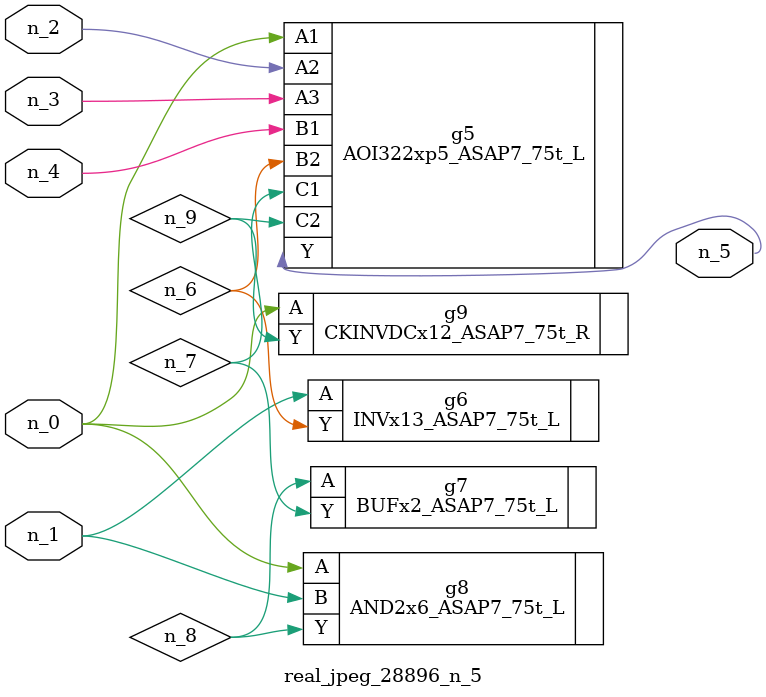
<source format=v>
module real_jpeg_28896_n_5 (n_4, n_0, n_1, n_2, n_3, n_5);

input n_4;
input n_0;
input n_1;
input n_2;
input n_3;

output n_5;

wire n_8;
wire n_6;
wire n_7;
wire n_9;

AOI322xp5_ASAP7_75t_L g5 ( 
.A1(n_0),
.A2(n_2),
.A3(n_3),
.B1(n_4),
.B2(n_6),
.C1(n_7),
.C2(n_9),
.Y(n_5)
);

AND2x6_ASAP7_75t_L g8 ( 
.A(n_0),
.B(n_1),
.Y(n_8)
);

CKINVDCx12_ASAP7_75t_R g9 ( 
.A(n_0),
.Y(n_9)
);

INVx13_ASAP7_75t_L g6 ( 
.A(n_1),
.Y(n_6)
);

BUFx2_ASAP7_75t_L g7 ( 
.A(n_8),
.Y(n_7)
);


endmodule
</source>
